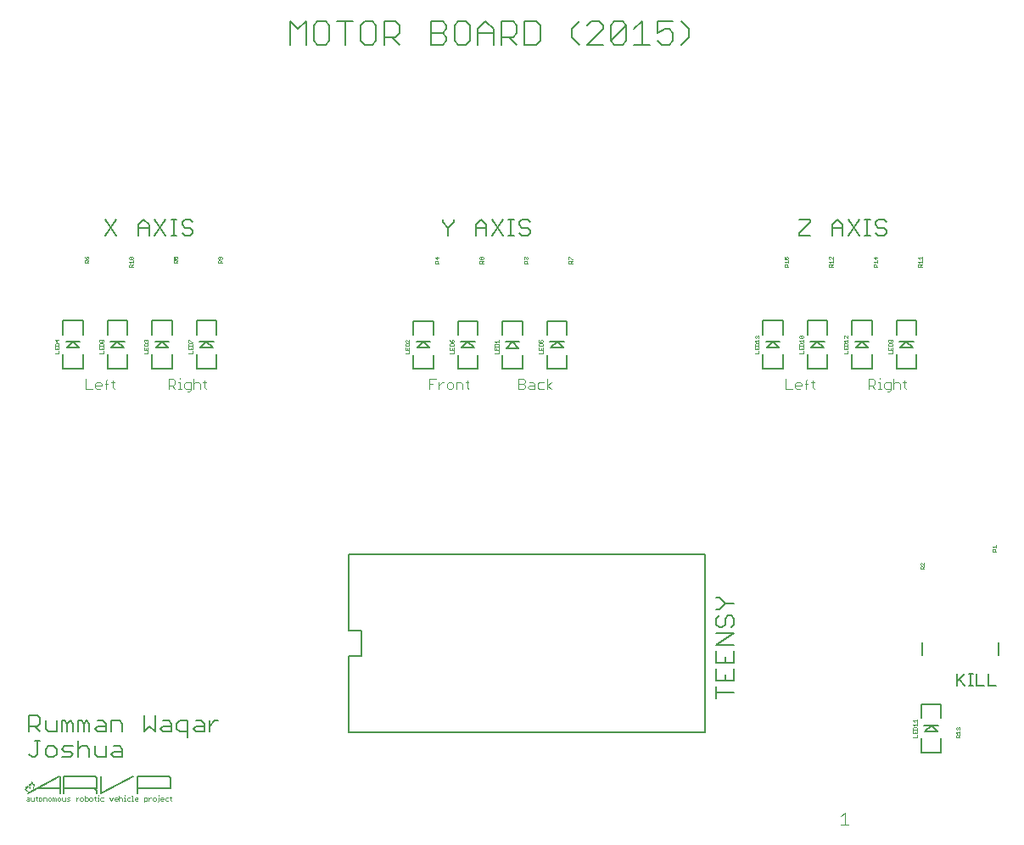
<source format=gto>
G75*
%MOIN*%
%OFA0B0*%
%FSLAX25Y25*%
%IPPOS*%
%LPD*%
%AMOC8*
5,1,8,0,0,1.08239X$1,22.5*
%
%ADD10C,0.00300*%
%ADD11C,0.00600*%
%ADD12C,0.00800*%
%ADD13C,0.00500*%
%ADD14C,0.00200*%
%ADD15C,0.00400*%
%ADD16C,0.00100*%
D10*
X0109756Y0228326D02*
X0110373Y0228326D01*
X0110990Y0228943D01*
X0110990Y0232029D01*
X0109139Y0232029D01*
X0108522Y0231412D01*
X0108522Y0230177D01*
X0109139Y0229560D01*
X0110990Y0229560D01*
X0112205Y0229560D02*
X0112205Y0233263D01*
X0112822Y0232029D02*
X0114056Y0232029D01*
X0114674Y0231412D01*
X0114674Y0229560D01*
X0116505Y0230177D02*
X0117122Y0229560D01*
X0116505Y0230177D02*
X0116505Y0232646D01*
X0115888Y0232029D02*
X0117122Y0232029D01*
X0112822Y0232029D02*
X0112205Y0231412D01*
X0107301Y0229560D02*
X0106066Y0229560D01*
X0106683Y0229560D02*
X0106683Y0232029D01*
X0106066Y0232029D01*
X0104852Y0231412D02*
X0104235Y0230795D01*
X0102383Y0230795D01*
X0103617Y0230795D02*
X0104852Y0229560D01*
X0104852Y0231412D02*
X0104852Y0232646D01*
X0104235Y0233263D01*
X0102383Y0233263D01*
X0102383Y0229560D01*
X0106683Y0233263D02*
X0106683Y0233881D01*
X0080939Y0232029D02*
X0079705Y0232029D01*
X0080322Y0232646D02*
X0080322Y0230177D01*
X0080939Y0229560D01*
X0077867Y0229560D02*
X0077867Y0232646D01*
X0078484Y0233263D01*
X0078484Y0231412D02*
X0077249Y0231412D01*
X0076035Y0231412D02*
X0076035Y0230795D01*
X0073566Y0230795D01*
X0073566Y0231412D02*
X0074183Y0232029D01*
X0075418Y0232029D01*
X0076035Y0231412D01*
X0075418Y0229560D02*
X0074183Y0229560D01*
X0073566Y0230177D01*
X0073566Y0231412D01*
X0072352Y0229560D02*
X0069883Y0229560D01*
X0069883Y0233263D01*
X0204883Y0233263D02*
X0207352Y0233263D01*
X0208566Y0232029D02*
X0208566Y0229560D01*
X0208566Y0230795D02*
X0209801Y0232029D01*
X0210418Y0232029D01*
X0211635Y0231412D02*
X0211635Y0230177D01*
X0212253Y0229560D01*
X0213487Y0229560D01*
X0214104Y0230177D01*
X0214104Y0231412D01*
X0213487Y0232029D01*
X0212253Y0232029D01*
X0211635Y0231412D01*
X0215319Y0232029D02*
X0217170Y0232029D01*
X0217787Y0231412D01*
X0217787Y0229560D01*
X0219619Y0230177D02*
X0220236Y0229560D01*
X0219619Y0230177D02*
X0219619Y0232646D01*
X0219002Y0232029D02*
X0220236Y0232029D01*
X0215319Y0232029D02*
X0215319Y0229560D01*
X0206117Y0231412D02*
X0204883Y0231412D01*
X0204883Y0233263D02*
X0204883Y0229560D01*
X0239883Y0229560D02*
X0241735Y0229560D01*
X0242352Y0230177D01*
X0242352Y0230795D01*
X0241735Y0231412D01*
X0239883Y0231412D01*
X0239883Y0233263D02*
X0241735Y0233263D01*
X0242352Y0232646D01*
X0242352Y0232029D01*
X0241735Y0231412D01*
X0243566Y0230177D02*
X0244183Y0230795D01*
X0246035Y0230795D01*
X0246035Y0231412D02*
X0246035Y0229560D01*
X0244183Y0229560D01*
X0243566Y0230177D01*
X0244183Y0232029D02*
X0245418Y0232029D01*
X0246035Y0231412D01*
X0247249Y0231412D02*
X0247249Y0230177D01*
X0247867Y0229560D01*
X0249718Y0229560D01*
X0250933Y0229560D02*
X0250933Y0233263D01*
X0249718Y0232029D02*
X0247867Y0232029D01*
X0247249Y0231412D01*
X0250933Y0230795D02*
X0252784Y0232029D01*
X0250933Y0230795D02*
X0252784Y0229560D01*
X0239883Y0229560D02*
X0239883Y0233263D01*
X0344883Y0233263D02*
X0344883Y0229560D01*
X0347352Y0229560D01*
X0348566Y0230177D02*
X0348566Y0231412D01*
X0349183Y0232029D01*
X0350418Y0232029D01*
X0351035Y0231412D01*
X0351035Y0230795D01*
X0348566Y0230795D01*
X0348566Y0230177D02*
X0349183Y0229560D01*
X0350418Y0229560D01*
X0352867Y0229560D02*
X0352867Y0232646D01*
X0353484Y0233263D01*
X0354705Y0232029D02*
X0355939Y0232029D01*
X0355322Y0232646D02*
X0355322Y0230177D01*
X0355939Y0229560D01*
X0353484Y0231412D02*
X0352249Y0231412D01*
X0377383Y0230795D02*
X0379235Y0230795D01*
X0379852Y0231412D01*
X0379852Y0232646D01*
X0379235Y0233263D01*
X0377383Y0233263D01*
X0377383Y0229560D01*
X0378617Y0230795D02*
X0379852Y0229560D01*
X0381066Y0229560D02*
X0382301Y0229560D01*
X0381683Y0229560D02*
X0381683Y0232029D01*
X0381066Y0232029D01*
X0381683Y0233263D02*
X0381683Y0233881D01*
X0384139Y0232029D02*
X0383522Y0231412D01*
X0383522Y0230177D01*
X0384139Y0229560D01*
X0385990Y0229560D01*
X0385990Y0228943D02*
X0385990Y0232029D01*
X0384139Y0232029D01*
X0387205Y0231412D02*
X0387822Y0232029D01*
X0389056Y0232029D01*
X0389674Y0231412D01*
X0389674Y0229560D01*
X0391505Y0230177D02*
X0392122Y0229560D01*
X0391505Y0230177D02*
X0391505Y0232646D01*
X0390888Y0232029D02*
X0392122Y0232029D01*
X0387205Y0233263D02*
X0387205Y0229560D01*
X0385990Y0228943D02*
X0385373Y0228326D01*
X0384756Y0228326D01*
D11*
X0383315Y0289710D02*
X0381180Y0289710D01*
X0380112Y0290778D01*
X0381180Y0292913D02*
X0383315Y0292913D01*
X0384382Y0291845D01*
X0384382Y0290778D01*
X0383315Y0289710D01*
X0381180Y0292913D02*
X0380112Y0293981D01*
X0380112Y0295048D01*
X0381180Y0296116D01*
X0383315Y0296116D01*
X0384382Y0295048D01*
X0377950Y0296116D02*
X0375815Y0296116D01*
X0376883Y0296116D02*
X0376883Y0289710D01*
X0377950Y0289710D02*
X0375815Y0289710D01*
X0373640Y0289710D02*
X0369370Y0296116D01*
X0367194Y0293981D02*
X0367194Y0289710D01*
X0369370Y0289710D02*
X0373640Y0296116D01*
X0367194Y0293981D02*
X0365059Y0296116D01*
X0362924Y0293981D01*
X0362924Y0289710D01*
X0362924Y0292913D02*
X0367194Y0292913D01*
X0354303Y0295048D02*
X0350033Y0290778D01*
X0350033Y0289710D01*
X0354303Y0289710D01*
X0354303Y0295048D02*
X0354303Y0296116D01*
X0350033Y0296116D01*
X0244382Y0295048D02*
X0243315Y0296116D01*
X0241180Y0296116D01*
X0240112Y0295048D01*
X0240112Y0293981D01*
X0241180Y0292913D01*
X0243315Y0292913D01*
X0244382Y0291845D01*
X0244382Y0290778D01*
X0243315Y0289710D01*
X0241180Y0289710D01*
X0240112Y0290778D01*
X0237950Y0289710D02*
X0235815Y0289710D01*
X0236883Y0289710D02*
X0236883Y0296116D01*
X0237950Y0296116D02*
X0235815Y0296116D01*
X0233640Y0296116D02*
X0229370Y0289710D01*
X0227194Y0289710D02*
X0227194Y0293981D01*
X0225059Y0296116D01*
X0222924Y0293981D01*
X0222924Y0289710D01*
X0222924Y0292913D02*
X0227194Y0292913D01*
X0229370Y0296116D02*
X0233640Y0289710D01*
X0214303Y0295048D02*
X0214303Y0296116D01*
X0214303Y0295048D02*
X0212168Y0292913D01*
X0212168Y0289710D01*
X0212168Y0292913D02*
X0210033Y0295048D01*
X0210033Y0296116D01*
X0111882Y0295048D02*
X0110815Y0296116D01*
X0108680Y0296116D01*
X0107612Y0295048D01*
X0107612Y0293981D01*
X0108680Y0292913D01*
X0110815Y0292913D01*
X0111882Y0291845D01*
X0111882Y0290778D01*
X0110815Y0289710D01*
X0108680Y0289710D01*
X0107612Y0290778D01*
X0105450Y0289710D02*
X0103315Y0289710D01*
X0104383Y0289710D02*
X0104383Y0296116D01*
X0105450Y0296116D02*
X0103315Y0296116D01*
X0101140Y0296116D02*
X0096870Y0289710D01*
X0094694Y0289710D02*
X0094694Y0293981D01*
X0092559Y0296116D01*
X0090424Y0293981D01*
X0090424Y0289710D01*
X0090424Y0292913D02*
X0094694Y0292913D01*
X0096870Y0296116D02*
X0101140Y0289710D01*
X0081803Y0289710D02*
X0077533Y0296116D01*
X0081803Y0296116D02*
X0077533Y0289710D01*
X0092652Y0101116D02*
X0092652Y0094710D01*
X0094787Y0096845D01*
X0096922Y0094710D01*
X0096922Y0101116D01*
X0100165Y0098981D02*
X0102300Y0098981D01*
X0103367Y0097913D01*
X0103367Y0094710D01*
X0100165Y0094710D01*
X0099097Y0095778D01*
X0100165Y0096845D01*
X0103367Y0096845D01*
X0105543Y0097913D02*
X0105543Y0095778D01*
X0106610Y0094710D01*
X0109813Y0094710D01*
X0109813Y0092575D02*
X0109813Y0098981D01*
X0106610Y0098981D01*
X0105543Y0097913D01*
X0111988Y0095778D02*
X0113056Y0096845D01*
X0116258Y0096845D01*
X0116258Y0097913D02*
X0116258Y0094710D01*
X0113056Y0094710D01*
X0111988Y0095778D01*
X0113056Y0098981D02*
X0115191Y0098981D01*
X0116258Y0097913D01*
X0118434Y0098981D02*
X0118434Y0094710D01*
X0118434Y0096845D02*
X0120569Y0098981D01*
X0121636Y0098981D01*
X0084031Y0097913D02*
X0084031Y0094710D01*
X0084031Y0097913D02*
X0082963Y0098981D01*
X0079761Y0098981D01*
X0079761Y0094710D01*
X0077585Y0094710D02*
X0074383Y0094710D01*
X0073315Y0095778D01*
X0074383Y0096845D01*
X0077585Y0096845D01*
X0077585Y0097913D02*
X0077585Y0094710D01*
X0077585Y0097913D02*
X0076518Y0098981D01*
X0074383Y0098981D01*
X0071140Y0097913D02*
X0071140Y0094710D01*
X0069005Y0094710D02*
X0069005Y0097913D01*
X0070072Y0098981D01*
X0071140Y0097913D01*
X0069005Y0097913D02*
X0067937Y0098981D01*
X0066870Y0098981D01*
X0066870Y0094710D01*
X0064694Y0094710D02*
X0064694Y0097913D01*
X0063627Y0098981D01*
X0062559Y0097913D01*
X0062559Y0094710D01*
X0060424Y0094710D02*
X0060424Y0098981D01*
X0061492Y0098981D01*
X0062559Y0097913D01*
X0058249Y0098981D02*
X0058249Y0094710D01*
X0055046Y0094710D01*
X0053979Y0095778D01*
X0053979Y0098981D01*
X0051803Y0100048D02*
X0051803Y0097913D01*
X0050736Y0096845D01*
X0047533Y0096845D01*
X0047533Y0094710D02*
X0047533Y0101116D01*
X0050736Y0101116D01*
X0051803Y0100048D01*
X0049668Y0096845D02*
X0051803Y0094710D01*
X0051803Y0091116D02*
X0049668Y0091116D01*
X0050736Y0091116D02*
X0050736Y0085778D01*
X0049668Y0084710D01*
X0048601Y0084710D01*
X0047533Y0085778D01*
X0053979Y0085778D02*
X0055046Y0084710D01*
X0057181Y0084710D01*
X0058249Y0085778D01*
X0058249Y0087913D01*
X0057181Y0088981D01*
X0055046Y0088981D01*
X0053979Y0087913D01*
X0053979Y0085778D01*
X0060424Y0084710D02*
X0063627Y0084710D01*
X0064694Y0085778D01*
X0063627Y0086845D01*
X0061492Y0086845D01*
X0060424Y0087913D01*
X0061492Y0088981D01*
X0064694Y0088981D01*
X0066870Y0087913D02*
X0067937Y0088981D01*
X0070072Y0088981D01*
X0071140Y0087913D01*
X0071140Y0084710D01*
X0073315Y0085778D02*
X0073315Y0088981D01*
X0073315Y0085778D02*
X0074383Y0084710D01*
X0077585Y0084710D01*
X0077585Y0088981D01*
X0080828Y0088981D02*
X0082963Y0088981D01*
X0084031Y0087913D01*
X0084031Y0084710D01*
X0080828Y0084710D01*
X0079761Y0085778D01*
X0080828Y0086845D01*
X0084031Y0086845D01*
X0066870Y0084710D02*
X0066870Y0091116D01*
X0317527Y0107722D02*
X0317527Y0112393D01*
X0317527Y0114720D02*
X0324533Y0114720D01*
X0324533Y0119391D01*
X0324533Y0121718D02*
X0324533Y0126389D01*
X0324533Y0128716D02*
X0317527Y0128716D01*
X0324533Y0133387D01*
X0317527Y0133387D01*
X0318695Y0135714D02*
X0319862Y0135714D01*
X0321030Y0136882D01*
X0321030Y0139217D01*
X0322198Y0140385D01*
X0323365Y0140385D01*
X0324533Y0139217D01*
X0324533Y0136882D01*
X0323365Y0135714D01*
X0318695Y0135714D02*
X0317527Y0136882D01*
X0317527Y0139217D01*
X0318695Y0140385D01*
X0318695Y0142712D02*
X0321030Y0145048D01*
X0324533Y0145048D01*
X0321030Y0145048D02*
X0318695Y0147383D01*
X0317527Y0147383D01*
X0317527Y0142712D02*
X0318695Y0142712D01*
X0317527Y0126389D02*
X0317527Y0121718D01*
X0324533Y0121718D01*
X0321030Y0121718D02*
X0321030Y0124054D01*
X0317527Y0119391D02*
X0317527Y0114720D01*
X0321030Y0114720D02*
X0321030Y0117056D01*
X0324533Y0110058D02*
X0317527Y0110058D01*
D12*
X0313220Y0094544D02*
X0173220Y0094544D01*
X0173220Y0124544D01*
X0178220Y0124544D01*
X0178220Y0134544D01*
X0173220Y0134544D01*
X0173220Y0164544D01*
X0313220Y0164544D01*
X0313220Y0094544D01*
X0397974Y0092056D02*
X0397974Y0086544D01*
X0405848Y0086544D01*
X0405848Y0092056D01*
X0404273Y0094811D02*
X0401911Y0097174D01*
X0399549Y0094811D01*
X0404273Y0094811D01*
X0404667Y0097174D02*
X0401911Y0097174D01*
X0399155Y0097174D01*
X0397974Y0099930D02*
X0397974Y0105441D01*
X0405848Y0105441D01*
X0405848Y0099930D01*
X0398511Y0124853D02*
X0398511Y0129853D01*
X0428511Y0129853D02*
X0428511Y0124853D01*
X0396168Y0237419D02*
X0388294Y0237419D01*
X0388294Y0242931D01*
X0389869Y0245687D02*
X0394593Y0245687D01*
X0392231Y0248049D01*
X0389869Y0245687D01*
X0389475Y0248049D02*
X0392231Y0248049D01*
X0394987Y0248049D01*
X0396168Y0250805D02*
X0396168Y0256317D01*
X0388294Y0256317D01*
X0388294Y0250805D01*
X0378628Y0250870D02*
X0378628Y0256382D01*
X0370754Y0256382D01*
X0370754Y0250870D01*
X0371935Y0248114D02*
X0374691Y0248114D01*
X0377053Y0245752D01*
X0372328Y0245752D01*
X0374691Y0248114D01*
X0377446Y0248114D01*
X0378628Y0242996D02*
X0378628Y0237484D01*
X0370754Y0237484D01*
X0370754Y0242996D01*
X0361153Y0243009D02*
X0361153Y0237497D01*
X0353279Y0237497D01*
X0353279Y0243009D01*
X0354854Y0245765D02*
X0359578Y0245765D01*
X0357216Y0248127D01*
X0354854Y0245765D01*
X0354460Y0248127D02*
X0357216Y0248127D01*
X0359972Y0248127D01*
X0361153Y0250883D02*
X0361153Y0256395D01*
X0353279Y0256395D01*
X0353279Y0250883D01*
X0343656Y0250870D02*
X0343656Y0256382D01*
X0335781Y0256382D01*
X0335781Y0250870D01*
X0336963Y0248114D02*
X0339719Y0248114D01*
X0342081Y0245752D01*
X0337356Y0245752D01*
X0339719Y0248114D01*
X0342474Y0248114D01*
X0343656Y0242996D02*
X0343656Y0237484D01*
X0335781Y0237484D01*
X0335781Y0242996D01*
X0396168Y0242931D02*
X0396168Y0237419D01*
X0258855Y0237323D02*
X0258855Y0242835D01*
X0257280Y0245591D02*
X0254918Y0247953D01*
X0252556Y0245591D01*
X0257280Y0245591D01*
X0257674Y0247953D02*
X0254918Y0247953D01*
X0252162Y0247953D01*
X0250981Y0250709D02*
X0250981Y0256221D01*
X0258855Y0256221D01*
X0258855Y0250709D01*
X0250981Y0242835D02*
X0250981Y0237323D01*
X0258855Y0237323D01*
X0241402Y0237299D02*
X0241402Y0242811D01*
X0239828Y0245567D02*
X0237465Y0247929D01*
X0235103Y0245567D01*
X0239828Y0245567D01*
X0240221Y0247929D02*
X0237465Y0247929D01*
X0234709Y0247929D01*
X0233528Y0250685D02*
X0233528Y0256197D01*
X0241402Y0256197D01*
X0241402Y0250685D01*
X0233528Y0242811D02*
X0233528Y0237299D01*
X0241402Y0237299D01*
X0223818Y0237321D02*
X0223818Y0242833D01*
X0222243Y0245589D02*
X0219881Y0247951D01*
X0217519Y0245589D01*
X0222243Y0245589D01*
X0222637Y0247951D02*
X0219881Y0247951D01*
X0217125Y0247951D01*
X0215944Y0250707D02*
X0215944Y0256219D01*
X0223818Y0256219D01*
X0223818Y0250707D01*
X0215944Y0242833D02*
X0215944Y0237321D01*
X0223818Y0237321D01*
X0206372Y0237349D02*
X0206372Y0242861D01*
X0204798Y0245617D02*
X0202435Y0247979D01*
X0200073Y0245617D01*
X0204798Y0245617D01*
X0205191Y0247979D02*
X0202435Y0247979D01*
X0199680Y0247979D01*
X0198498Y0250735D02*
X0198498Y0256247D01*
X0206372Y0256247D01*
X0206372Y0250735D01*
X0198498Y0242861D02*
X0198498Y0237349D01*
X0206372Y0237349D01*
X0121171Y0237473D02*
X0121171Y0242985D01*
X0119596Y0245741D02*
X0117234Y0248103D01*
X0114872Y0245741D01*
X0119596Y0245741D01*
X0119990Y0248103D02*
X0117234Y0248103D01*
X0114478Y0248103D01*
X0113297Y0250859D02*
X0113297Y0256371D01*
X0121171Y0256371D01*
X0121171Y0250859D01*
X0113297Y0242985D02*
X0113297Y0237473D01*
X0121171Y0237473D01*
X0103696Y0237436D02*
X0103696Y0242948D01*
X0102121Y0245704D02*
X0099759Y0248066D01*
X0097396Y0245704D01*
X0102121Y0245704D01*
X0102515Y0248066D02*
X0099759Y0248066D01*
X0097003Y0248066D01*
X0095822Y0250822D02*
X0095822Y0256334D01*
X0103696Y0256334D01*
X0103696Y0250822D01*
X0095822Y0242948D02*
X0095822Y0237436D01*
X0103696Y0237436D01*
X0086171Y0237471D02*
X0086171Y0242983D01*
X0084596Y0245739D02*
X0082234Y0248101D01*
X0079872Y0245739D01*
X0084596Y0245739D01*
X0084990Y0248101D02*
X0082234Y0248101D01*
X0079478Y0248101D01*
X0078297Y0250857D02*
X0078297Y0256369D01*
X0086171Y0256369D01*
X0086171Y0250857D01*
X0078297Y0242983D02*
X0078297Y0237471D01*
X0086171Y0237471D01*
X0068669Y0237467D02*
X0068669Y0242979D01*
X0067094Y0245735D02*
X0064731Y0248097D01*
X0062369Y0245735D01*
X0067094Y0245735D01*
X0067487Y0248097D02*
X0064731Y0248097D01*
X0061976Y0248097D01*
X0060794Y0250853D02*
X0060794Y0256365D01*
X0068669Y0256365D01*
X0068669Y0250853D01*
X0060794Y0242979D02*
X0060794Y0237467D01*
X0068669Y0237467D01*
X0150133Y0364810D02*
X0150133Y0374018D01*
X0153202Y0370949D01*
X0156272Y0374018D01*
X0156272Y0364810D01*
X0159341Y0366345D02*
X0160876Y0364810D01*
X0163945Y0364810D01*
X0165480Y0366345D01*
X0165480Y0372483D01*
X0163945Y0374018D01*
X0160876Y0374018D01*
X0159341Y0372483D01*
X0159341Y0366345D01*
X0168549Y0374018D02*
X0174687Y0374018D01*
X0171618Y0374018D02*
X0171618Y0364810D01*
X0177757Y0366345D02*
X0179291Y0364810D01*
X0182361Y0364810D01*
X0183895Y0366345D01*
X0183895Y0372483D01*
X0182361Y0374018D01*
X0179291Y0374018D01*
X0177757Y0372483D01*
X0177757Y0366345D01*
X0186965Y0367880D02*
X0191568Y0367880D01*
X0193103Y0369414D01*
X0193103Y0372483D01*
X0191568Y0374018D01*
X0186965Y0374018D01*
X0186965Y0364810D01*
X0190034Y0367880D02*
X0193103Y0364810D01*
X0205380Y0364810D02*
X0209984Y0364810D01*
X0211519Y0366345D01*
X0211519Y0367880D01*
X0209984Y0369414D01*
X0205380Y0369414D01*
X0205380Y0364810D02*
X0205380Y0374018D01*
X0209984Y0374018D01*
X0211519Y0372483D01*
X0211519Y0370949D01*
X0209984Y0369414D01*
X0214588Y0366345D02*
X0216123Y0364810D01*
X0219192Y0364810D01*
X0220727Y0366345D01*
X0220727Y0372483D01*
X0219192Y0374018D01*
X0216123Y0374018D01*
X0214588Y0372483D01*
X0214588Y0366345D01*
X0223796Y0364810D02*
X0223796Y0370949D01*
X0226865Y0374018D01*
X0229935Y0370949D01*
X0229935Y0364810D01*
X0233004Y0364810D02*
X0233004Y0374018D01*
X0237608Y0374018D01*
X0239142Y0372483D01*
X0239142Y0369414D01*
X0237608Y0367880D01*
X0233004Y0367880D01*
X0236073Y0367880D02*
X0239142Y0364810D01*
X0242212Y0364810D02*
X0246816Y0364810D01*
X0248350Y0366345D01*
X0248350Y0372483D01*
X0246816Y0374018D01*
X0242212Y0374018D01*
X0242212Y0364810D01*
X0229935Y0369414D02*
X0223796Y0369414D01*
X0260627Y0367880D02*
X0260627Y0370949D01*
X0263697Y0374018D01*
X0266766Y0372483D02*
X0268301Y0374018D01*
X0271370Y0374018D01*
X0272905Y0372483D01*
X0272905Y0370949D01*
X0266766Y0364810D01*
X0272905Y0364810D01*
X0275974Y0366345D02*
X0282112Y0372483D01*
X0282112Y0366345D01*
X0280578Y0364810D01*
X0277508Y0364810D01*
X0275974Y0366345D01*
X0275974Y0372483D01*
X0277508Y0374018D01*
X0280578Y0374018D01*
X0282112Y0372483D01*
X0285182Y0370949D02*
X0288251Y0374018D01*
X0288251Y0364810D01*
X0285182Y0364810D02*
X0291320Y0364810D01*
X0294390Y0366345D02*
X0295924Y0364810D01*
X0298993Y0364810D01*
X0300528Y0366345D01*
X0300528Y0369414D01*
X0298993Y0370949D01*
X0297459Y0370949D01*
X0294390Y0369414D01*
X0294390Y0374018D01*
X0300528Y0374018D01*
X0303597Y0374018D02*
X0306667Y0370949D01*
X0306667Y0367880D01*
X0303597Y0364810D01*
X0263697Y0364810D02*
X0260627Y0367880D01*
D13*
X0412180Y0117407D02*
X0412180Y0112903D01*
X0412180Y0114404D02*
X0415182Y0117407D01*
X0416784Y0117407D02*
X0418285Y0117407D01*
X0417534Y0117407D02*
X0417534Y0112903D01*
X0416784Y0112903D02*
X0418285Y0112903D01*
X0419853Y0112903D02*
X0422856Y0112903D01*
X0424457Y0112903D02*
X0427460Y0112903D01*
X0424457Y0112903D02*
X0424457Y0117407D01*
X0419853Y0117407D02*
X0419853Y0112903D01*
X0415182Y0112903D02*
X0412931Y0115155D01*
X0103055Y0076361D02*
X0103055Y0072961D01*
X0103055Y0072861D01*
X0103055Y0072961D02*
X0103054Y0072910D01*
X0103049Y0072860D01*
X0103041Y0072811D01*
X0103029Y0072762D01*
X0103014Y0072714D01*
X0102995Y0072667D01*
X0102973Y0072622D01*
X0102948Y0072578D01*
X0102920Y0072536D01*
X0102888Y0072497D01*
X0102854Y0072460D01*
X0102817Y0072426D01*
X0102778Y0072394D01*
X0102737Y0072365D01*
X0102693Y0072339D01*
X0102648Y0072317D01*
X0102602Y0072298D01*
X0102554Y0072282D01*
X0102505Y0072270D01*
X0102455Y0072261D01*
X0102355Y0072261D02*
X0089955Y0072261D01*
X0089955Y0070361D01*
X0089955Y0072261D02*
X0089955Y0076961D01*
X0102355Y0076961D01*
X0102355Y0076960D02*
X0102406Y0076959D01*
X0102456Y0076954D01*
X0102505Y0076946D01*
X0102554Y0076934D01*
X0102602Y0076919D01*
X0102649Y0076900D01*
X0102694Y0076878D01*
X0102738Y0076853D01*
X0102780Y0076825D01*
X0102819Y0076793D01*
X0102856Y0076759D01*
X0102890Y0076722D01*
X0102922Y0076683D01*
X0102951Y0076642D01*
X0102977Y0076598D01*
X0102999Y0076553D01*
X0103018Y0076507D01*
X0103034Y0076459D01*
X0103046Y0076410D01*
X0103055Y0076360D01*
X0088455Y0076961D02*
X0075655Y0070561D01*
X0075655Y0077061D01*
X0074055Y0076361D02*
X0074055Y0072961D01*
X0074055Y0072861D01*
X0074055Y0072961D02*
X0074054Y0072910D01*
X0074049Y0072860D01*
X0074041Y0072811D01*
X0074029Y0072762D01*
X0074014Y0072714D01*
X0073995Y0072667D01*
X0073973Y0072622D01*
X0073948Y0072578D01*
X0073920Y0072536D01*
X0073888Y0072497D01*
X0073854Y0072460D01*
X0073817Y0072426D01*
X0073778Y0072394D01*
X0073737Y0072365D01*
X0073693Y0072339D01*
X0073648Y0072317D01*
X0073602Y0072298D01*
X0073554Y0072282D01*
X0073505Y0072270D01*
X0073455Y0072261D01*
X0073355Y0072261D02*
X0073255Y0072261D01*
X0060955Y0072261D01*
X0060955Y0070361D01*
X0059655Y0070361D02*
X0059655Y0077061D01*
X0059455Y0076961D02*
X0047155Y0070361D01*
X0050755Y0072261D02*
X0059455Y0072261D01*
X0060955Y0072261D02*
X0060955Y0076961D01*
X0073355Y0076961D01*
X0073355Y0076960D02*
X0073406Y0076959D01*
X0073456Y0076954D01*
X0073505Y0076946D01*
X0073554Y0076934D01*
X0073602Y0076919D01*
X0073649Y0076900D01*
X0073694Y0076878D01*
X0073738Y0076853D01*
X0073780Y0076825D01*
X0073819Y0076793D01*
X0073856Y0076759D01*
X0073890Y0076722D01*
X0073922Y0076683D01*
X0073951Y0076642D01*
X0073977Y0076598D01*
X0073999Y0076553D01*
X0074018Y0076507D01*
X0074034Y0076459D01*
X0074046Y0076410D01*
X0074055Y0076360D01*
X0073955Y0071761D02*
X0073955Y0070361D01*
X0073955Y0071661D02*
X0073946Y0071711D01*
X0073934Y0071760D01*
X0073918Y0071807D01*
X0073899Y0071854D01*
X0073877Y0071899D01*
X0073851Y0071943D01*
X0073822Y0071984D01*
X0073791Y0072023D01*
X0073756Y0072060D01*
X0073719Y0072094D01*
X0073680Y0072126D01*
X0073638Y0072154D01*
X0073594Y0072179D01*
X0073549Y0072201D01*
X0073502Y0072220D01*
X0073454Y0072236D01*
X0073405Y0072247D01*
X0073355Y0072255D01*
X0073305Y0072260D01*
X0073255Y0072261D01*
D14*
X0046655Y0067561D02*
X0046355Y0067861D01*
X0046655Y0068161D01*
X0047556Y0068161D01*
X0047556Y0068461D02*
X0047556Y0067561D01*
X0046655Y0067561D01*
X0046655Y0068762D02*
X0047256Y0068762D01*
X0047556Y0068461D01*
X0048197Y0068762D02*
X0048197Y0067861D01*
X0048497Y0067561D01*
X0049398Y0067561D01*
X0049398Y0068762D01*
X0050038Y0068762D02*
X0050639Y0068762D01*
X0050339Y0069062D02*
X0050339Y0067861D01*
X0050639Y0067561D01*
X0051266Y0067861D02*
X0051566Y0067561D01*
X0052167Y0067561D01*
X0052467Y0067861D01*
X0052467Y0068461D01*
X0052167Y0068762D01*
X0051566Y0068762D01*
X0051266Y0068461D01*
X0051266Y0067861D01*
X0053108Y0067561D02*
X0053108Y0068762D01*
X0054008Y0068762D01*
X0054309Y0068461D01*
X0054309Y0067561D01*
X0054949Y0067861D02*
X0055249Y0067561D01*
X0055850Y0067561D01*
X0056150Y0067861D01*
X0056150Y0068461D01*
X0055850Y0068762D01*
X0055249Y0068762D01*
X0054949Y0068461D01*
X0054949Y0067861D01*
X0056791Y0067561D02*
X0056791Y0068762D01*
X0057091Y0068762D01*
X0057391Y0068461D01*
X0057691Y0068762D01*
X0057992Y0068461D01*
X0057992Y0067561D01*
X0057391Y0067561D02*
X0057391Y0068461D01*
X0058632Y0068461D02*
X0058632Y0067861D01*
X0058933Y0067561D01*
X0059533Y0067561D01*
X0059833Y0067861D01*
X0059833Y0068461D01*
X0059533Y0068762D01*
X0058933Y0068762D01*
X0058632Y0068461D01*
X0060474Y0068762D02*
X0060474Y0067861D01*
X0060774Y0067561D01*
X0061675Y0067561D01*
X0061675Y0068762D01*
X0062315Y0068461D02*
X0062616Y0068762D01*
X0063516Y0068762D01*
X0063216Y0068161D02*
X0062616Y0068161D01*
X0062315Y0068461D01*
X0062315Y0067561D02*
X0063216Y0067561D01*
X0063516Y0067861D01*
X0063216Y0068161D01*
X0065999Y0068161D02*
X0066599Y0068762D01*
X0066899Y0068762D01*
X0067533Y0068461D02*
X0067533Y0067861D01*
X0067833Y0067561D01*
X0068434Y0067561D01*
X0068734Y0067861D01*
X0068734Y0068461D01*
X0068434Y0068762D01*
X0067833Y0068762D01*
X0067533Y0068461D01*
X0065999Y0068762D02*
X0065999Y0067561D01*
X0069375Y0067561D02*
X0070276Y0067561D01*
X0070576Y0067861D01*
X0070576Y0068461D01*
X0070276Y0068762D01*
X0069375Y0068762D01*
X0069375Y0069362D02*
X0069375Y0067561D01*
X0071216Y0067861D02*
X0071517Y0067561D01*
X0072117Y0067561D01*
X0072417Y0067861D01*
X0072417Y0068461D01*
X0072117Y0068762D01*
X0071517Y0068762D01*
X0071216Y0068461D01*
X0071216Y0067861D01*
X0073058Y0068762D02*
X0073658Y0068762D01*
X0073358Y0069062D02*
X0073358Y0067861D01*
X0073658Y0067561D01*
X0074286Y0067561D02*
X0074886Y0067561D01*
X0074586Y0067561D02*
X0074586Y0068762D01*
X0074286Y0068762D01*
X0074586Y0069362D02*
X0074586Y0069662D01*
X0075513Y0068461D02*
X0075513Y0067861D01*
X0075814Y0067561D01*
X0076714Y0067561D01*
X0076714Y0068762D02*
X0075814Y0068762D01*
X0075513Y0068461D01*
X0079196Y0068762D02*
X0079797Y0067561D01*
X0080397Y0068762D01*
X0081038Y0068461D02*
X0081338Y0068762D01*
X0081939Y0068762D01*
X0082239Y0068461D01*
X0082239Y0068161D01*
X0081038Y0068161D01*
X0081038Y0067861D02*
X0081038Y0068461D01*
X0081038Y0067861D02*
X0081338Y0067561D01*
X0081939Y0067561D01*
X0082880Y0067561D02*
X0082880Y0069362D01*
X0083180Y0068762D02*
X0083780Y0068762D01*
X0084081Y0068461D01*
X0084081Y0067561D01*
X0084721Y0067561D02*
X0085322Y0067561D01*
X0085021Y0067561D02*
X0085021Y0068762D01*
X0084721Y0068762D01*
X0085021Y0069362D02*
X0085021Y0069662D01*
X0085949Y0068461D02*
X0085949Y0067861D01*
X0086249Y0067561D01*
X0087150Y0067561D01*
X0087790Y0067561D02*
X0088391Y0067561D01*
X0088091Y0067561D02*
X0088091Y0069362D01*
X0087790Y0069362D01*
X0087150Y0068762D02*
X0086249Y0068762D01*
X0085949Y0068461D01*
X0083180Y0068762D02*
X0082880Y0068461D01*
X0089018Y0068461D02*
X0089318Y0068762D01*
X0089919Y0068762D01*
X0090219Y0068461D01*
X0090219Y0068161D01*
X0089018Y0068161D01*
X0089018Y0067861D02*
X0089018Y0068461D01*
X0089018Y0067861D02*
X0089318Y0067561D01*
X0089919Y0067561D01*
X0092701Y0067561D02*
X0093602Y0067561D01*
X0093902Y0067861D01*
X0093902Y0068461D01*
X0093602Y0068762D01*
X0092701Y0068762D01*
X0092701Y0066960D01*
X0094543Y0067561D02*
X0094543Y0068762D01*
X0095143Y0068762D02*
X0095444Y0068762D01*
X0095143Y0068762D02*
X0094543Y0068161D01*
X0096078Y0067861D02*
X0096378Y0067561D01*
X0096978Y0067561D01*
X0097279Y0067861D01*
X0097279Y0068461D01*
X0096978Y0068762D01*
X0096378Y0068762D01*
X0096078Y0068461D01*
X0096078Y0067861D01*
X0097919Y0066960D02*
X0098219Y0066960D01*
X0098520Y0067260D01*
X0098520Y0068762D01*
X0098520Y0069362D02*
X0098520Y0069662D01*
X0099447Y0068762D02*
X0100048Y0068762D01*
X0100348Y0068461D01*
X0100348Y0068161D01*
X0099147Y0068161D01*
X0099147Y0067861D02*
X0099147Y0068461D01*
X0099447Y0068762D01*
X0099147Y0067861D02*
X0099447Y0067561D01*
X0100048Y0067561D01*
X0100988Y0067861D02*
X0101289Y0067561D01*
X0102189Y0067561D01*
X0103130Y0067861D02*
X0103430Y0067561D01*
X0103130Y0067861D02*
X0103130Y0069062D01*
X0102830Y0068762D02*
X0103430Y0068762D01*
X0102189Y0068762D02*
X0101289Y0068762D01*
X0100988Y0068461D01*
X0100988Y0067861D01*
X0049555Y0074161D02*
X0048955Y0073861D01*
X0048455Y0074961D01*
X0047955Y0073861D01*
X0047255Y0074161D01*
X0047655Y0072561D01*
X0046855Y0073261D01*
X0046755Y0072761D01*
X0045955Y0072961D01*
X0046255Y0072261D01*
X0045755Y0072061D01*
X0046955Y0071161D01*
X0049155Y0072561D02*
X0049555Y0074161D01*
D15*
X0366370Y0061269D02*
X0367905Y0062804D01*
X0367905Y0058200D01*
X0369439Y0058200D02*
X0366370Y0058200D01*
D16*
X0394860Y0092543D02*
X0396361Y0092543D01*
X0396361Y0093543D01*
X0396361Y0094016D02*
X0396361Y0095017D01*
X0396361Y0095489D02*
X0396361Y0096240D01*
X0396111Y0096490D01*
X0395110Y0096490D01*
X0394860Y0096240D01*
X0394860Y0095489D01*
X0396361Y0095489D01*
X0395610Y0094516D02*
X0395610Y0094016D01*
X0394860Y0094016D02*
X0396361Y0094016D01*
X0394860Y0094016D02*
X0394860Y0095017D01*
X0395360Y0096962D02*
X0394860Y0097463D01*
X0396361Y0097463D01*
X0396361Y0097963D02*
X0396361Y0096962D01*
X0396361Y0098436D02*
X0396361Y0099436D01*
X0396361Y0098936D02*
X0394860Y0098936D01*
X0395360Y0098436D01*
X0411675Y0096098D02*
X0411675Y0095598D01*
X0411926Y0095348D01*
X0412426Y0095848D02*
X0412426Y0096098D01*
X0412676Y0096349D01*
X0412927Y0096349D01*
X0413177Y0096098D01*
X0413177Y0095598D01*
X0412927Y0095348D01*
X0413177Y0094875D02*
X0413177Y0093874D01*
X0413177Y0093402D02*
X0412676Y0092902D01*
X0412676Y0093152D02*
X0412676Y0092401D01*
X0413177Y0092401D02*
X0411675Y0092401D01*
X0411675Y0093152D01*
X0411926Y0093402D01*
X0412426Y0093402D01*
X0412676Y0093152D01*
X0412176Y0093874D02*
X0411675Y0094375D01*
X0413177Y0094375D01*
X0412426Y0096098D02*
X0412176Y0096349D01*
X0411926Y0096349D01*
X0411675Y0096098D01*
X0399167Y0158662D02*
X0397666Y0158662D01*
X0397666Y0159413D01*
X0397916Y0159663D01*
X0398417Y0159663D01*
X0398667Y0159413D01*
X0398667Y0158662D01*
X0398667Y0159163D02*
X0399167Y0159663D01*
X0399167Y0160135D02*
X0398166Y0161136D01*
X0397916Y0161136D01*
X0397666Y0160886D01*
X0397666Y0160386D01*
X0397916Y0160135D01*
X0399167Y0160135D02*
X0399167Y0161136D01*
X0425909Y0165516D02*
X0425909Y0166267D01*
X0426159Y0166517D01*
X0426659Y0166517D01*
X0426909Y0166267D01*
X0426909Y0165516D01*
X0426909Y0166016D02*
X0427410Y0166517D01*
X0427410Y0166989D02*
X0427410Y0167990D01*
X0427410Y0167490D02*
X0425909Y0167490D01*
X0426409Y0166989D01*
X0425909Y0165516D02*
X0427410Y0165516D01*
X0386681Y0243418D02*
X0386681Y0244419D01*
X0386681Y0244891D02*
X0386681Y0245892D01*
X0386681Y0246365D02*
X0386681Y0247115D01*
X0386431Y0247365D01*
X0385430Y0247365D01*
X0385180Y0247115D01*
X0385180Y0246365D01*
X0386681Y0246365D01*
X0385930Y0245392D02*
X0385930Y0244891D01*
X0385180Y0244891D02*
X0386681Y0244891D01*
X0386681Y0243418D02*
X0385180Y0243418D01*
X0385180Y0244891D02*
X0385180Y0245892D01*
X0385430Y0247838D02*
X0385680Y0247838D01*
X0385930Y0248088D01*
X0385930Y0248839D01*
X0385430Y0248839D02*
X0385180Y0248589D01*
X0385180Y0248088D01*
X0385430Y0247838D01*
X0385430Y0248839D02*
X0386431Y0248839D01*
X0386681Y0248589D01*
X0386681Y0248088D01*
X0386431Y0247838D01*
X0369141Y0247903D02*
X0369141Y0248904D01*
X0369141Y0249376D02*
X0368140Y0250377D01*
X0367889Y0250377D01*
X0367639Y0250127D01*
X0367639Y0249626D01*
X0367889Y0249376D01*
X0367639Y0248403D02*
X0369141Y0248403D01*
X0369141Y0249376D02*
X0369141Y0250377D01*
X0367639Y0248403D02*
X0368140Y0247903D01*
X0367889Y0247430D02*
X0367639Y0247180D01*
X0367639Y0246430D01*
X0369141Y0246430D01*
X0369141Y0247180D01*
X0368890Y0247430D01*
X0367889Y0247430D01*
X0367639Y0245957D02*
X0367639Y0244956D01*
X0369141Y0244956D01*
X0369141Y0245957D01*
X0368390Y0245457D02*
X0368390Y0244956D01*
X0369141Y0244484D02*
X0369141Y0243483D01*
X0367639Y0243483D01*
X0351666Y0243496D02*
X0351666Y0244497D01*
X0351666Y0244969D02*
X0351666Y0245970D01*
X0351666Y0246443D02*
X0351666Y0247193D01*
X0351416Y0247443D01*
X0350415Y0247443D01*
X0350165Y0247193D01*
X0350165Y0246443D01*
X0351666Y0246443D01*
X0350916Y0245470D02*
X0350916Y0244969D01*
X0351666Y0244969D02*
X0350165Y0244969D01*
X0350165Y0245970D01*
X0350665Y0247916D02*
X0350165Y0248416D01*
X0351666Y0248416D01*
X0351666Y0247916D02*
X0351666Y0248917D01*
X0351416Y0249389D02*
X0350415Y0250390D01*
X0351416Y0250390D01*
X0351666Y0250140D01*
X0351666Y0249639D01*
X0351416Y0249389D01*
X0350415Y0249389D01*
X0350165Y0249639D01*
X0350165Y0250140D01*
X0350415Y0250390D01*
X0350165Y0243496D02*
X0351666Y0243496D01*
X0334169Y0243483D02*
X0334169Y0244484D01*
X0334169Y0244956D02*
X0334169Y0245957D01*
X0334169Y0246430D02*
X0334169Y0247180D01*
X0333918Y0247430D01*
X0332917Y0247430D01*
X0332667Y0247180D01*
X0332667Y0246430D01*
X0334169Y0246430D01*
X0333418Y0245457D02*
X0333418Y0244956D01*
X0332667Y0244956D02*
X0334169Y0244956D01*
X0334169Y0243483D02*
X0332667Y0243483D01*
X0332667Y0244956D02*
X0332667Y0245957D01*
X0333168Y0247903D02*
X0332667Y0248403D01*
X0334169Y0248403D01*
X0334169Y0247903D02*
X0334169Y0248904D01*
X0333918Y0249376D02*
X0334169Y0249626D01*
X0334169Y0250127D01*
X0333918Y0250377D01*
X0333668Y0250377D01*
X0333418Y0250127D01*
X0333418Y0249877D01*
X0333418Y0250127D02*
X0333168Y0250377D01*
X0332917Y0250377D01*
X0332667Y0250127D01*
X0332667Y0249626D01*
X0332917Y0249376D01*
X0344239Y0277512D02*
X0344239Y0278263D01*
X0344489Y0278513D01*
X0344990Y0278513D01*
X0345240Y0278263D01*
X0345240Y0277512D01*
X0345240Y0278013D02*
X0345741Y0278513D01*
X0345741Y0278985D02*
X0345741Y0279986D01*
X0345741Y0279486D02*
X0344239Y0279486D01*
X0344740Y0278985D01*
X0344990Y0280459D02*
X0344740Y0280959D01*
X0344740Y0281209D01*
X0344990Y0281459D01*
X0345490Y0281459D01*
X0345741Y0281209D01*
X0345741Y0280709D01*
X0345490Y0280459D01*
X0344990Y0280459D02*
X0344239Y0280459D01*
X0344239Y0281459D01*
X0344239Y0277512D02*
X0345741Y0277512D01*
X0361822Y0277561D02*
X0361822Y0278312D01*
X0362073Y0278562D01*
X0362573Y0278562D01*
X0362823Y0278312D01*
X0362823Y0277561D01*
X0363324Y0277561D02*
X0361822Y0277561D01*
X0362823Y0278062D02*
X0363324Y0278562D01*
X0363324Y0279035D02*
X0363324Y0280035D01*
X0363324Y0280508D02*
X0362323Y0281509D01*
X0362073Y0281509D01*
X0361822Y0281258D01*
X0361822Y0280758D01*
X0362073Y0280508D01*
X0361822Y0279535D02*
X0363324Y0279535D01*
X0363324Y0280508D02*
X0363324Y0281509D01*
X0361822Y0279535D02*
X0362323Y0279035D01*
X0379311Y0279457D02*
X0379811Y0278957D01*
X0380061Y0278484D02*
X0380311Y0278234D01*
X0380311Y0277483D01*
X0380311Y0277984D02*
X0380812Y0278484D01*
X0380812Y0278957D02*
X0380812Y0279957D01*
X0380812Y0279457D02*
X0379311Y0279457D01*
X0379561Y0278484D02*
X0380061Y0278484D01*
X0379561Y0278484D02*
X0379311Y0278234D01*
X0379311Y0277483D01*
X0380812Y0277483D01*
X0380061Y0280430D02*
X0380061Y0281431D01*
X0379311Y0281181D02*
X0380061Y0280430D01*
X0379311Y0281181D02*
X0380812Y0281181D01*
X0396853Y0280967D02*
X0398354Y0280967D01*
X0398354Y0281467D02*
X0398354Y0280466D01*
X0398354Y0279994D02*
X0398354Y0278993D01*
X0398354Y0278520D02*
X0397854Y0278020D01*
X0397854Y0278270D02*
X0397854Y0277520D01*
X0398354Y0277520D02*
X0396853Y0277520D01*
X0396853Y0278270D01*
X0397103Y0278520D01*
X0397604Y0278520D01*
X0397854Y0278270D01*
X0397353Y0278993D02*
X0396853Y0279493D01*
X0398354Y0279493D01*
X0397353Y0280466D02*
X0396853Y0280967D01*
X0260973Y0280311D02*
X0260723Y0280311D01*
X0259722Y0281312D01*
X0259472Y0281312D01*
X0259472Y0280311D01*
X0259722Y0279839D02*
X0260223Y0279839D01*
X0260473Y0279589D01*
X0260473Y0278838D01*
X0260973Y0278838D02*
X0259472Y0278838D01*
X0259472Y0279589D01*
X0259722Y0279839D01*
X0260473Y0279339D02*
X0260973Y0279839D01*
X0243463Y0279868D02*
X0242963Y0279367D01*
X0242963Y0279618D02*
X0242963Y0278867D01*
X0243463Y0278867D02*
X0241962Y0278867D01*
X0241962Y0279618D01*
X0242212Y0279868D01*
X0242713Y0279868D01*
X0242963Y0279618D01*
X0243213Y0280340D02*
X0243463Y0280590D01*
X0243463Y0281091D01*
X0243213Y0281341D01*
X0242963Y0281341D01*
X0242713Y0281091D01*
X0242713Y0280841D01*
X0242713Y0281091D02*
X0242463Y0281341D01*
X0242212Y0281341D01*
X0241962Y0281091D01*
X0241962Y0280590D01*
X0242212Y0280340D01*
X0225973Y0280610D02*
X0225723Y0280359D01*
X0225473Y0280359D01*
X0225223Y0280610D01*
X0225223Y0281110D01*
X0225473Y0281360D01*
X0225723Y0281360D01*
X0225973Y0281110D01*
X0225973Y0280610D01*
X0225973Y0279887D02*
X0225473Y0279387D01*
X0225473Y0279637D02*
X0225473Y0278886D01*
X0225973Y0278886D02*
X0224472Y0278886D01*
X0224472Y0279637D01*
X0224722Y0279887D01*
X0225223Y0279887D01*
X0225473Y0279637D01*
X0224972Y0280359D02*
X0224722Y0280359D01*
X0224472Y0280610D01*
X0224472Y0281110D01*
X0224722Y0281360D01*
X0224972Y0281360D01*
X0225223Y0281110D01*
X0225223Y0280610D02*
X0224972Y0280359D01*
X0208513Y0279846D02*
X0208013Y0279345D01*
X0208013Y0279595D02*
X0208013Y0278845D01*
X0208513Y0278845D02*
X0207012Y0278845D01*
X0207012Y0279595D01*
X0207262Y0279846D01*
X0207762Y0279846D01*
X0208013Y0279595D01*
X0207762Y0280318D02*
X0207762Y0281319D01*
X0207012Y0281069D02*
X0207762Y0280318D01*
X0207012Y0281069D02*
X0208513Y0281069D01*
X0212829Y0248741D02*
X0213080Y0248240D01*
X0213580Y0247740D01*
X0213580Y0248490D01*
X0213830Y0248741D01*
X0214080Y0248741D01*
X0214331Y0248490D01*
X0214331Y0247990D01*
X0214080Y0247740D01*
X0213580Y0247740D01*
X0213080Y0247267D02*
X0212829Y0247017D01*
X0212829Y0246267D01*
X0214331Y0246267D01*
X0214331Y0247017D01*
X0214080Y0247267D01*
X0213080Y0247267D01*
X0212829Y0245794D02*
X0212829Y0244793D01*
X0214331Y0244793D01*
X0214331Y0245794D01*
X0213580Y0245294D02*
X0213580Y0244793D01*
X0214331Y0244321D02*
X0214331Y0243320D01*
X0212829Y0243320D01*
X0196885Y0243348D02*
X0196885Y0244349D01*
X0196885Y0244821D02*
X0196885Y0245822D01*
X0196885Y0246295D02*
X0196885Y0247045D01*
X0196635Y0247295D01*
X0195634Y0247295D01*
X0195384Y0247045D01*
X0195384Y0246295D01*
X0196885Y0246295D01*
X0196135Y0245322D02*
X0196135Y0244821D01*
X0196885Y0244821D02*
X0195384Y0244821D01*
X0195384Y0245822D01*
X0195634Y0247768D02*
X0195384Y0248018D01*
X0195384Y0248518D01*
X0195634Y0248769D01*
X0195885Y0248769D01*
X0196885Y0247768D01*
X0196885Y0248769D01*
X0196885Y0243348D02*
X0195384Y0243348D01*
X0230414Y0243298D02*
X0231915Y0243298D01*
X0231915Y0244299D01*
X0231915Y0244771D02*
X0231915Y0245772D01*
X0231915Y0246245D02*
X0231915Y0246995D01*
X0231665Y0247245D01*
X0230664Y0247245D01*
X0230414Y0246995D01*
X0230414Y0246245D01*
X0231915Y0246245D01*
X0231165Y0245272D02*
X0231165Y0244771D01*
X0231915Y0244771D02*
X0230414Y0244771D01*
X0230414Y0245772D01*
X0230915Y0247718D02*
X0230414Y0248218D01*
X0231915Y0248218D01*
X0231915Y0247718D02*
X0231915Y0248719D01*
X0247866Y0248743D02*
X0247866Y0247742D01*
X0248617Y0247742D01*
X0248367Y0248242D01*
X0248367Y0248492D01*
X0248617Y0248743D01*
X0249118Y0248743D01*
X0249368Y0248492D01*
X0249368Y0247992D01*
X0249118Y0247742D01*
X0249118Y0247269D02*
X0248117Y0247269D01*
X0247866Y0247019D01*
X0247866Y0246269D01*
X0249368Y0246269D01*
X0249368Y0247019D01*
X0249118Y0247269D01*
X0249368Y0245796D02*
X0249368Y0244795D01*
X0247866Y0244795D01*
X0247866Y0245796D01*
X0248617Y0245296D02*
X0248617Y0244795D01*
X0249368Y0244323D02*
X0249368Y0243322D01*
X0247866Y0243322D01*
X0123320Y0278994D02*
X0121819Y0278994D01*
X0121819Y0279745D01*
X0122069Y0279995D01*
X0122569Y0279995D01*
X0122820Y0279745D01*
X0122820Y0278994D01*
X0122820Y0279495D02*
X0123320Y0279995D01*
X0123070Y0280468D02*
X0123320Y0280718D01*
X0123320Y0281218D01*
X0123070Y0281469D01*
X0122069Y0281469D01*
X0121819Y0281218D01*
X0121819Y0280718D01*
X0122069Y0280468D01*
X0122319Y0280468D01*
X0122569Y0280718D01*
X0122569Y0281469D01*
X0105801Y0281256D02*
X0105801Y0280755D01*
X0105551Y0280505D01*
X0105051Y0280505D02*
X0104800Y0281005D01*
X0104800Y0281256D01*
X0105051Y0281506D01*
X0105551Y0281506D01*
X0105801Y0281256D01*
X0105051Y0280505D02*
X0104300Y0280505D01*
X0104300Y0281506D01*
X0104550Y0280033D02*
X0105051Y0280033D01*
X0105301Y0279782D01*
X0105301Y0279032D01*
X0105801Y0279032D02*
X0104300Y0279032D01*
X0104300Y0279782D01*
X0104550Y0280033D01*
X0105301Y0279532D02*
X0105801Y0280033D01*
X0088257Y0279961D02*
X0088257Y0278960D01*
X0088257Y0278488D02*
X0087757Y0277987D01*
X0087757Y0278238D02*
X0087757Y0277487D01*
X0088257Y0277487D02*
X0086756Y0277487D01*
X0086756Y0278238D01*
X0087006Y0278488D01*
X0087506Y0278488D01*
X0087757Y0278238D01*
X0087256Y0278960D02*
X0086756Y0279461D01*
X0088257Y0279461D01*
X0088007Y0280433D02*
X0087006Y0281434D01*
X0088007Y0281434D01*
X0088257Y0281184D01*
X0088257Y0280684D01*
X0088007Y0280433D01*
X0087006Y0280433D01*
X0086756Y0280684D01*
X0086756Y0281184D01*
X0087006Y0281434D01*
X0070787Y0281256D02*
X0070537Y0281506D01*
X0070287Y0281506D01*
X0070036Y0281256D01*
X0070036Y0280505D01*
X0070537Y0280505D01*
X0070787Y0280755D01*
X0070787Y0281256D01*
X0070036Y0280505D02*
X0069536Y0281005D01*
X0069286Y0281506D01*
X0069536Y0280033D02*
X0070036Y0280033D01*
X0070287Y0279782D01*
X0070287Y0279032D01*
X0070787Y0279032D02*
X0069286Y0279032D01*
X0069286Y0279782D01*
X0069536Y0280033D01*
X0070287Y0279532D02*
X0070787Y0280033D01*
X0075433Y0248891D02*
X0075683Y0248891D01*
X0075933Y0248640D01*
X0075933Y0248140D01*
X0075683Y0247890D01*
X0075433Y0247890D01*
X0075183Y0248140D01*
X0075183Y0248640D01*
X0075433Y0248891D01*
X0075933Y0248640D02*
X0076183Y0248891D01*
X0076434Y0248891D01*
X0076684Y0248640D01*
X0076684Y0248140D01*
X0076434Y0247890D01*
X0076183Y0247890D01*
X0075933Y0248140D01*
X0075433Y0247417D02*
X0075183Y0247167D01*
X0075183Y0246417D01*
X0076684Y0246417D01*
X0076684Y0247167D01*
X0076434Y0247417D01*
X0075433Y0247417D01*
X0075183Y0245944D02*
X0075183Y0244943D01*
X0076684Y0244943D01*
X0076684Y0245944D01*
X0075933Y0245444D02*
X0075933Y0244943D01*
X0076684Y0244471D02*
X0076684Y0243470D01*
X0075183Y0243470D01*
X0059181Y0243466D02*
X0059181Y0244467D01*
X0059181Y0244939D02*
X0059181Y0245940D01*
X0059181Y0246412D02*
X0059181Y0247163D01*
X0058931Y0247413D01*
X0057930Y0247413D01*
X0057680Y0247163D01*
X0057680Y0246412D01*
X0059181Y0246412D01*
X0058431Y0245439D02*
X0058431Y0244939D01*
X0059181Y0244939D02*
X0057680Y0244939D01*
X0057680Y0245940D01*
X0058431Y0247886D02*
X0057680Y0248636D01*
X0059181Y0248636D01*
X0058431Y0248886D02*
X0058431Y0247886D01*
X0057680Y0243466D02*
X0059181Y0243466D01*
X0092707Y0243435D02*
X0094209Y0243435D01*
X0094209Y0244436D01*
X0094209Y0244908D02*
X0094209Y0245909D01*
X0094209Y0246382D02*
X0094209Y0247132D01*
X0093958Y0247382D01*
X0092958Y0247382D01*
X0092707Y0247132D01*
X0092707Y0246382D01*
X0094209Y0246382D01*
X0093458Y0245409D02*
X0093458Y0244908D01*
X0092707Y0244908D02*
X0094209Y0244908D01*
X0092707Y0244908D02*
X0092707Y0245909D01*
X0092958Y0247855D02*
X0092707Y0248105D01*
X0092707Y0248605D01*
X0092958Y0248856D01*
X0093208Y0248856D01*
X0093458Y0248605D01*
X0093708Y0248856D01*
X0093958Y0248856D01*
X0094209Y0248605D01*
X0094209Y0248105D01*
X0093958Y0247855D01*
X0093458Y0248355D02*
X0093458Y0248605D01*
X0110183Y0248893D02*
X0110433Y0248893D01*
X0111434Y0247892D01*
X0111684Y0247892D01*
X0111434Y0247419D02*
X0110433Y0247419D01*
X0110183Y0247169D01*
X0110183Y0246419D01*
X0111684Y0246419D01*
X0111684Y0247169D01*
X0111434Y0247419D01*
X0110183Y0247892D02*
X0110183Y0248893D01*
X0110183Y0245946D02*
X0110183Y0244945D01*
X0111684Y0244945D01*
X0111684Y0245946D01*
X0110933Y0245446D02*
X0110933Y0244945D01*
X0111684Y0244473D02*
X0111684Y0243472D01*
X0110183Y0243472D01*
M02*

</source>
